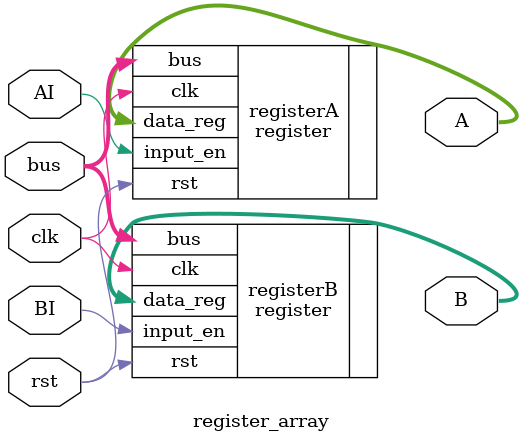
<source format=v>
module register_array(
	input clk,
	input rst,

	inout [7:0] bus,
	
	// Control signals registers
	input AI,
	input BI,
	
	// ALU register connection
	output [7:0] A,
	output [7:0] B
	);
	
	register registerA(
		.clk(clk),
		.input_en(AI),
		.rst(rst),
		.bus(bus),
		.data_reg(A)
	);

	register registerB(
		.clk(clk),
		.input_en(BI),
		.rst(rst),
		.bus(bus),
		.data_reg(B)
	);	
	
endmodule
	
	
</source>
